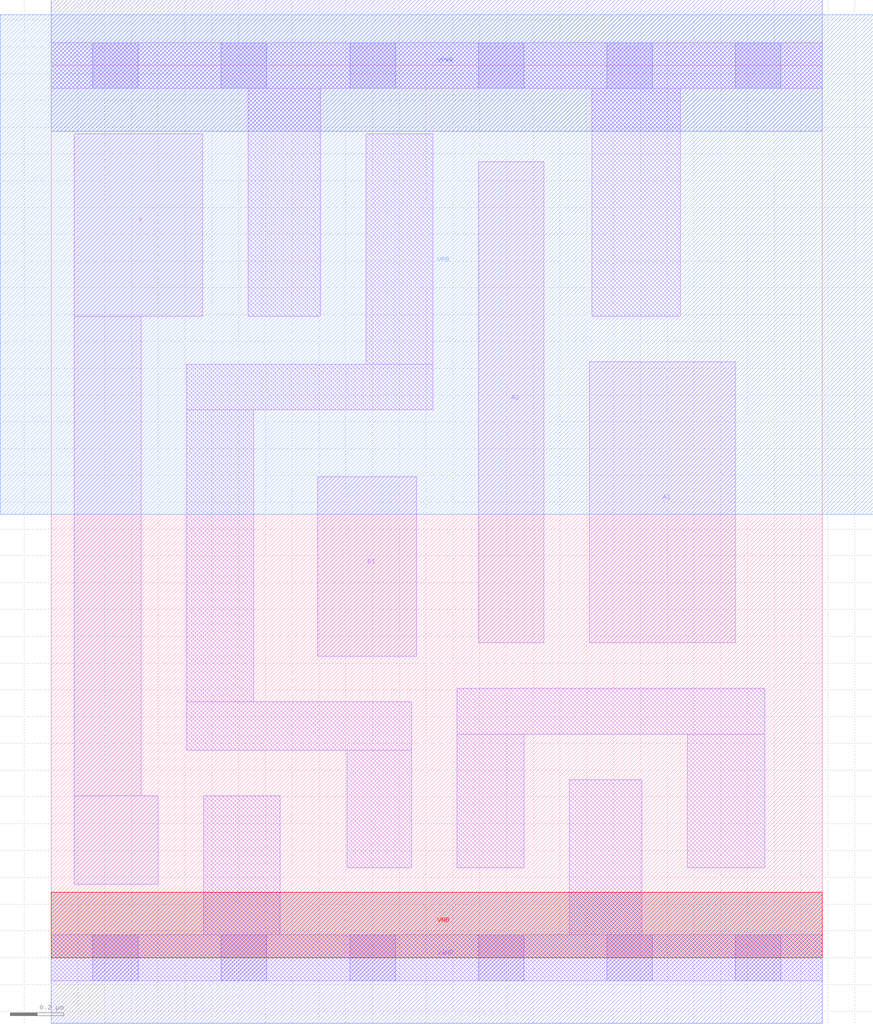
<source format=lef>
# Copyright 2020 The SkyWater PDK Authors
#
# Licensed under the Apache License, Version 2.0 (the "License");
# you may not use this file except in compliance with the License.
# You may obtain a copy of the License at
#
#     https://www.apache.org/licenses/LICENSE-2.0
#
# Unless required by applicable law or agreed to in writing, software
# distributed under the License is distributed on an "AS IS" BASIS,
# WITHOUT WARRANTIES OR CONDITIONS OF ANY KIND, either express or implied.
# See the License for the specific language governing permissions and
# limitations under the License.
#
# SPDX-License-Identifier: Apache-2.0

VERSION 5.7 ;
  NOWIREEXTENSIONATPIN ON ;
  DIVIDERCHAR "/" ;
  BUSBITCHARS "[]" ;
MACRO sky130_fd_sc_lp__o21a_0
  CLASS CORE ;
  FOREIGN sky130_fd_sc_lp__o21a_0 ;
  ORIGIN  0.000000  0.000000 ;
  SIZE  2.880000 BY  3.330000 ;
  SYMMETRY X Y R90 ;
  SITE unit ;
  PIN A1
    ANTENNAGATEAREA  0.159000 ;
    DIRECTION INPUT ;
    USE SIGNAL ;
    PORT
      LAYER li1 ;
        RECT 2.010000 1.175000 2.555000 2.225000 ;
    END
  END A1
  PIN A2
    ANTENNAGATEAREA  0.159000 ;
    DIRECTION INPUT ;
    USE SIGNAL ;
    PORT
      LAYER li1 ;
        RECT 1.595000 1.175000 1.840000 2.970000 ;
    END
  END A2
  PIN B1
    ANTENNAGATEAREA  0.159000 ;
    DIRECTION INPUT ;
    USE SIGNAL ;
    PORT
      LAYER li1 ;
        RECT 0.995000 1.125000 1.365000 1.795000 ;
    END
  END B1
  PIN X
    ANTENNADIFFAREA  0.280900 ;
    DIRECTION OUTPUT ;
    USE SIGNAL ;
    PORT
      LAYER li1 ;
        RECT 0.085000 0.275000 0.400000 0.605000 ;
        RECT 0.085000 0.605000 0.335000 2.395000 ;
        RECT 0.085000 2.395000 0.565000 3.075000 ;
    END
  END X
  PIN VGND
    DIRECTION INOUT ;
    USE GROUND ;
    PORT
      LAYER met1 ;
        RECT 0.000000 -0.245000 2.880000 0.245000 ;
    END
  END VGND
  PIN VNB
    DIRECTION INOUT ;
    USE GROUND ;
    PORT
      LAYER pwell ;
        RECT 0.000000 0.000000 2.880000 0.245000 ;
    END
  END VNB
  PIN VPB
    DIRECTION INOUT ;
    USE POWER ;
    PORT
      LAYER nwell ;
        RECT -0.190000 1.655000 3.070000 3.520000 ;
    END
  END VPB
  PIN VPWR
    DIRECTION INOUT ;
    USE POWER ;
    PORT
      LAYER met1 ;
        RECT 0.000000 3.085000 2.880000 3.575000 ;
    END
  END VPWR
  OBS
    LAYER li1 ;
      RECT 0.000000 -0.085000 2.880000 0.085000 ;
      RECT 0.000000  3.245000 2.880000 3.415000 ;
      RECT 0.505000  0.775000 1.345000 0.955000 ;
      RECT 0.505000  0.955000 0.755000 2.045000 ;
      RECT 0.505000  2.045000 1.425000 2.215000 ;
      RECT 0.570000  0.085000 0.855000 0.605000 ;
      RECT 0.735000  2.395000 1.005000 3.245000 ;
      RECT 1.105000  0.335000 1.345000 0.775000 ;
      RECT 1.175000  2.215000 1.425000 3.075000 ;
      RECT 1.515000  0.335000 1.765000 0.835000 ;
      RECT 1.515000  0.835000 2.665000 1.005000 ;
      RECT 1.935000  0.085000 2.205000 0.665000 ;
      RECT 2.020000  2.395000 2.350000 3.245000 ;
      RECT 2.375000  0.335000 2.665000 0.835000 ;
    LAYER mcon ;
      RECT 0.155000 -0.085000 0.325000 0.085000 ;
      RECT 0.155000  3.245000 0.325000 3.415000 ;
      RECT 0.635000 -0.085000 0.805000 0.085000 ;
      RECT 0.635000  3.245000 0.805000 3.415000 ;
      RECT 1.115000 -0.085000 1.285000 0.085000 ;
      RECT 1.115000  3.245000 1.285000 3.415000 ;
      RECT 1.595000 -0.085000 1.765000 0.085000 ;
      RECT 1.595000  3.245000 1.765000 3.415000 ;
      RECT 2.075000 -0.085000 2.245000 0.085000 ;
      RECT 2.075000  3.245000 2.245000 3.415000 ;
      RECT 2.555000 -0.085000 2.725000 0.085000 ;
      RECT 2.555000  3.245000 2.725000 3.415000 ;
  END
END sky130_fd_sc_lp__o21a_0
END LIBRARY

</source>
